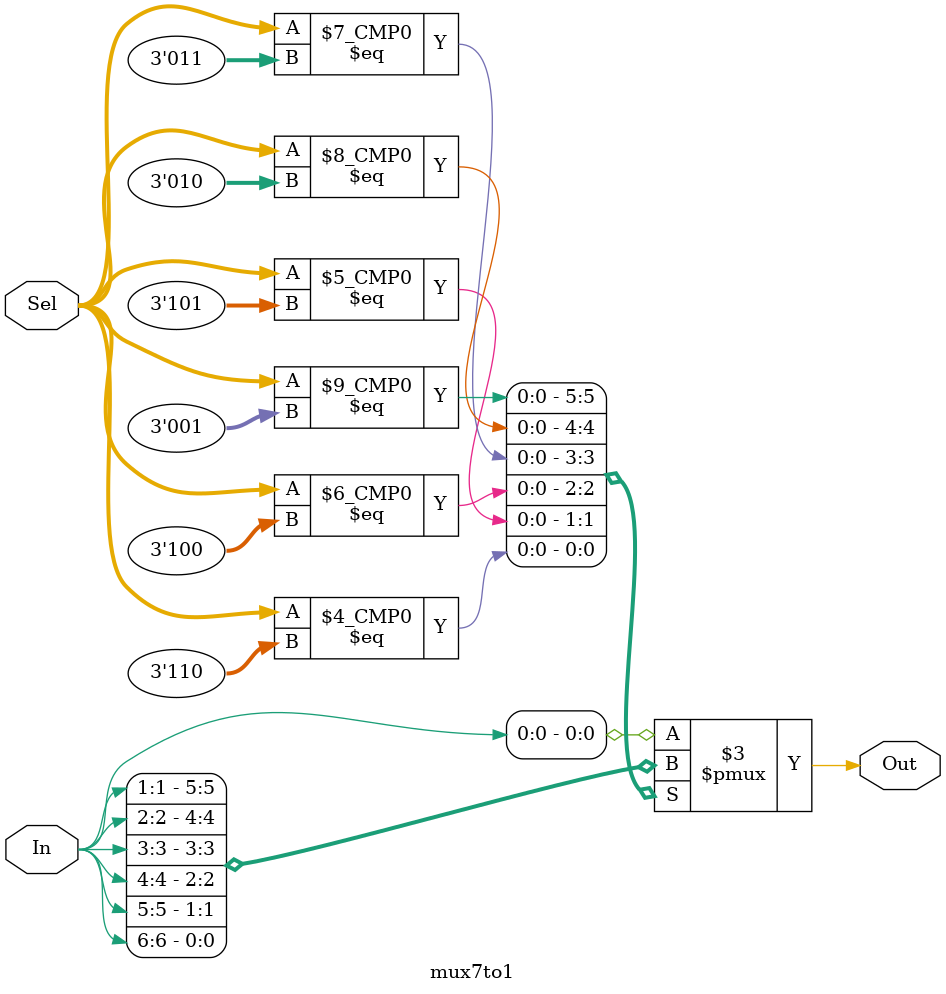
<source format=v>
`timescale 1ns / 1ps
`default_nettype none

module main	(
	input wire CLOCK_50,            //On Board 50 MHz
	input wire [9:0] SW,            // On board Switches
	input wire [3:0] KEY,           // On board push buttons
	output wire [6:0] HEX0,         // HEX displays
	output wire [6:0] HEX1,         
	output wire [6:0] HEX2,         
	output wire [6:0] HEX3,         
	output wire [6:0] HEX4,         
	output wire [6:0] HEX5,         
	output wire [9:0] LEDR,         // LEDs
	output wire [7:0] x,            // VGA pixel coordinates
	output wire [6:0] y,
	output wire [2:0] colour,       // VGA pixel colour (0-7)
	output wire plot,               // Pixel drawn when this is pulsed
	output wire vga_resetn          // VGA resets to black when this is pulsed (NOT CURRENTLY AVAILABLE)
);    

	//Write code in here!
	mux7to1 a (SW[6:0], SW[9:7], LEDR[0]);
	
endmodule

module mux7to1 (In, Sel, Out);
	
	input wire [6:0] In;
	input wire [2:0] Sel;
	output reg Out;
	
	always @(*)
		begin
			case(Sel[2:0])
				3'b000: Out = In[0];
				3'b001: Out = In[1];
				3'b010: Out = In[2];
				3'b011: Out = In[3];
				3'b100: Out = In[4];
				3'b101: Out = In[5];
				3'b110: Out = In[6];
				default: Out = In[0];
			endcase
		end
endmodule



</source>
